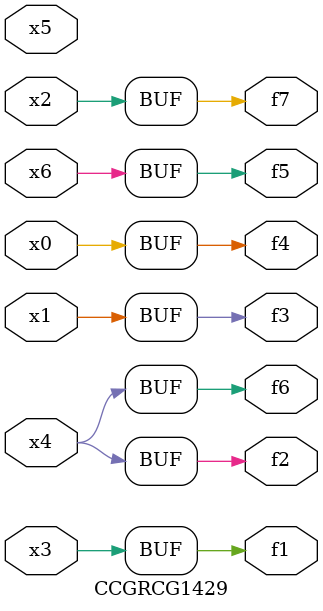
<source format=v>
module CCGRCG1429(
	input x0, x1, x2, x3, x4, x5, x6,
	output f1, f2, f3, f4, f5, f6, f7
);
	assign f1 = x3;
	assign f2 = x4;
	assign f3 = x1;
	assign f4 = x0;
	assign f5 = x6;
	assign f6 = x4;
	assign f7 = x2;
endmodule

</source>
